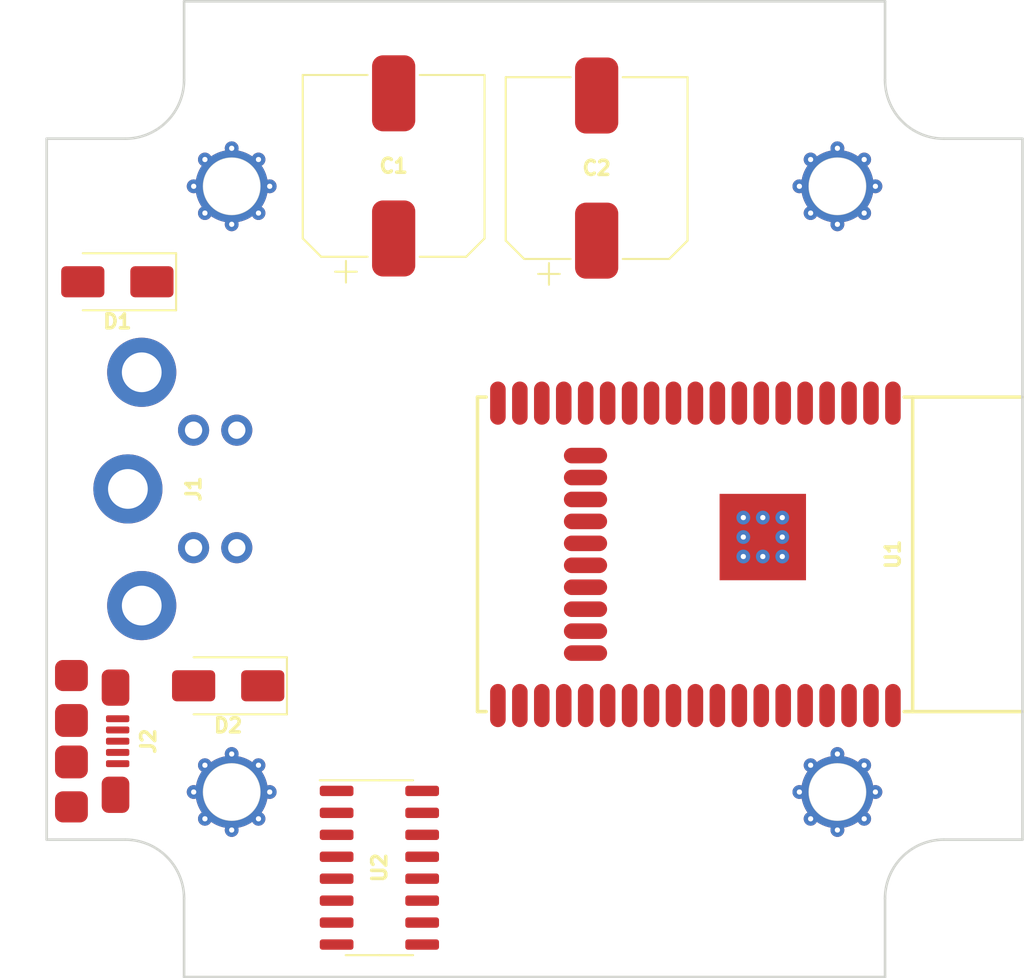
<source format=kicad_pcb>
(kicad_pcb (version 20171130) (host pcbnew "(5.1.5-0-10_14)")

  (general
    (thickness 1.6)
    (drawings 20)
    (tracks 0)
    (zones 0)
    (modules 12)
    (nets 58)
  )

  (page USLetter)
  (layers
    (0 F.Cu signal)
    (1 In1.Cu signal)
    (2 In2.Cu signal)
    (31 B.Cu signal)
    (32 B.Adhes user)
    (33 F.Adhes user)
    (34 B.Paste user)
    (35 F.Paste user)
    (36 B.SilkS user)
    (37 F.SilkS user)
    (38 B.Mask user)
    (39 F.Mask user)
    (40 Dwgs.User user)
    (41 Cmts.User user)
    (42 Eco1.User user)
    (43 Eco2.User user)
    (44 Edge.Cuts user)
    (45 Margin user)
    (46 B.CrtYd user)
    (47 F.CrtYd user)
    (48 B.Fab user)
    (49 F.Fab user)
  )

  (setup
    (last_trace_width 0.15)
    (user_trace_width 0.2)
    (user_trace_width 0.25)
    (user_trace_width 0.3)
    (user_trace_width 0.35)
    (user_trace_width 0.4)
    (user_trace_width 0.45)
    (user_trace_width 0.5)
    (user_trace_width 0.6)
    (user_trace_width 0.8)
    (user_trace_width 1)
    (user_trace_width 1.27)
    (user_trace_width 1.524)
    (trace_clearance 0.15)
    (zone_clearance 0.15)
    (zone_45_only no)
    (trace_min 0.15)
    (via_size 0.5)
    (via_drill 0.2)
    (via_min_size 0.5)
    (via_min_drill 0.2)
    (user_via 0.6 0.3)
    (user_via 0.8 0.4)
    (user_via 1 0.5)
    (user_via 1.524 0.762)
    (uvia_size 0.3)
    (uvia_drill 0.1)
    (uvias_allowed no)
    (uvia_min_size 0.2)
    (uvia_min_drill 0.1)
    (edge_width 0.15)
    (segment_width 0.1524)
    (pcb_text_width 0.3)
    (pcb_text_size 1.5 1.5)
    (mod_edge_width 0.15)
    (mod_text_size 1 1)
    (mod_text_width 0.15)
    (pad_size 0.85 1.4)
    (pad_drill 0)
    (pad_to_mask_clearance 0.05)
    (solder_mask_min_width 0.1)
    (pad_to_paste_clearance -0.0381)
    (aux_axis_origin 0 0)
    (visible_elements FFFFFF7F)
    (pcbplotparams
      (layerselection 0x010f8_ffffffff)
      (usegerberextensions true)
      (usegerberattributes false)
      (usegerberadvancedattributes false)
      (creategerberjobfile false)
      (excludeedgelayer true)
      (linewidth 0.100000)
      (plotframeref false)
      (viasonmask false)
      (mode 1)
      (useauxorigin false)
      (hpglpennumber 1)
      (hpglpenspeed 20)
      (hpglpendiameter 15.000000)
      (psnegative false)
      (psa4output false)
      (plotreference true)
      (plotvalue true)
      (plotinvisibletext false)
      (padsonsilk false)
      (subtractmaskfromsilk true)
      (outputformat 1)
      (mirror false)
      (drillshape 0)
      (scaleselection 1)
      (outputdirectory "gerber/"))
  )

  (net 0 "")
  (net 1 GND)
  (net 2 +5V)
  (net 3 +3V3)
  (net 4 "Net-(C8-Pad1)")
  (net 5 "Net-(C13-Pad1)")
  (net 6 /EN)
  (net 7 "Net-(D1-Pad1)")
  (net 8 "Net-(D1-Pad2)")
  (net 9 "Net-(D2-Pad2)")
  (net 10 "Net-(J1-Pad4)")
  (net 11 /PSW)
  (net 12 /ADB)
  (net 13 /D-)
  (net 14 /D+)
  (net 15 "Net-(J2-Pad4)")
  (net 16 /IO0)
  (net 17 /TMS)
  (net 18 /TDO)
  (net 19 /TDI)
  (net 20 /TCK)
  (net 21 /IO2)
  (net 22 "Net-(U1-Pad4)")
  (net 23 "Net-(U1-Pad5)")
  (net 24 "Net-(U1-Pad6)")
  (net 25 "Net-(U1-Pad7)")
  (net 26 "Net-(U1-Pad8)")
  (net 27 "Net-(U1-Pad9)")
  (net 28 "Net-(U1-Pad10)")
  (net 29 "Net-(U1-Pad11)")
  (net 30 "Net-(U1-Pad12)")
  (net 31 "Net-(U1-Pad17)")
  (net 32 "Net-(U1-Pad18)")
  (net 33 "Net-(U1-Pad19)")
  (net 34 "Net-(U1-Pad20)")
  (net 35 "Net-(U1-Pad21)")
  (net 36 "Net-(U1-Pad22)")
  (net 37 "Net-(U1-Pad26)")
  (net 38 "Net-(U1-Pad27)")
  (net 39 "Net-(U1-Pad28)")
  (net 40 "Net-(U1-Pad29)")
  (net 41 "Net-(U1-Pad30)")
  (net 42 "Net-(U1-Pad31)")
  (net 43 "Net-(U1-Pad32)")
  (net 44 "Net-(U1-Pad33)")
  (net 45 /DBG_RX)
  (net 46 /DBG_TX)
  (net 47 "Net-(U1-Pad36)")
  (net 48 "Net-(U1-Pad37)")
  (net 49 "Net-(C16-Pad1)")
  (net 50 "Net-(C17-Pad1)")
  (net 51 /RTS)
  (net 52 /DTR)
  (net 53 "Net-(R6-Pad2)")
  (net 54 "Net-(U2-Pad9)")
  (net 55 "Net-(U2-Pad10)")
  (net 56 "Net-(U2-Pad11)")
  (net 57 "Net-(U2-Pad12)")

  (net_class Default "This is the default net class."
    (clearance 0.15)
    (trace_width 0.15)
    (via_dia 0.5)
    (via_drill 0.2)
    (uvia_dia 0.3)
    (uvia_drill 0.1)
    (add_net +3V3)
    (add_net +5V)
    (add_net /ADB)
    (add_net /D+)
    (add_net /D-)
    (add_net /DBG_RX)
    (add_net /DBG_TX)
    (add_net /DTR)
    (add_net /EN)
    (add_net /IO0)
    (add_net /IO2)
    (add_net /PSW)
    (add_net /RTS)
    (add_net /TCK)
    (add_net /TDI)
    (add_net /TDO)
    (add_net /TMS)
    (add_net GND)
    (add_net "Net-(C13-Pad1)")
    (add_net "Net-(C16-Pad1)")
    (add_net "Net-(C17-Pad1)")
    (add_net "Net-(C8-Pad1)")
    (add_net "Net-(D1-Pad1)")
    (add_net "Net-(D1-Pad2)")
    (add_net "Net-(D2-Pad2)")
    (add_net "Net-(J1-Pad4)")
    (add_net "Net-(J2-Pad4)")
    (add_net "Net-(R6-Pad2)")
    (add_net "Net-(U1-Pad10)")
    (add_net "Net-(U1-Pad11)")
    (add_net "Net-(U1-Pad12)")
    (add_net "Net-(U1-Pad17)")
    (add_net "Net-(U1-Pad18)")
    (add_net "Net-(U1-Pad19)")
    (add_net "Net-(U1-Pad20)")
    (add_net "Net-(U1-Pad21)")
    (add_net "Net-(U1-Pad22)")
    (add_net "Net-(U1-Pad26)")
    (add_net "Net-(U1-Pad27)")
    (add_net "Net-(U1-Pad28)")
    (add_net "Net-(U1-Pad29)")
    (add_net "Net-(U1-Pad30)")
    (add_net "Net-(U1-Pad31)")
    (add_net "Net-(U1-Pad32)")
    (add_net "Net-(U1-Pad33)")
    (add_net "Net-(U1-Pad36)")
    (add_net "Net-(U1-Pad37)")
    (add_net "Net-(U1-Pad4)")
    (add_net "Net-(U1-Pad5)")
    (add_net "Net-(U1-Pad6)")
    (add_net "Net-(U1-Pad7)")
    (add_net "Net-(U1-Pad8)")
    (add_net "Net-(U1-Pad9)")
    (add_net "Net-(U2-Pad10)")
    (add_net "Net-(U2-Pad11)")
    (add_net "Net-(U2-Pad12)")
    (add_net "Net-(U2-Pad9)")
  )

  (module stdpads:LPSeries-Screw locked (layer F.Cu) (tedit 601CB7E4) (tstamp 601C5C05)
    (at 115.0239 111.3155)
    (solder_paste_margin -0.05)
    (attr virtual)
    (fp_text reference REF** (at 0 0) (layer F.Fab)
      (effects (font (size 0.8128 0.8128) (thickness 0.2032)))
    )
    (fp_text value LPSeries-Screw (at 0 0.8) (layer F.Fab) hide
      (effects (font (size 0.254 0.254) (thickness 0.0635)))
    )
    (fp_arc (start -1.55 -1.55) (end -1.35 -1.75) (angle -180) (layer B.Mask) (width 0.4))
    (fp_arc (start -2.2 0) (end -2.2 0.25) (angle 180) (layer B.Mask) (width 0.45))
    (fp_arc (start -1.55 1.55) (end -1.35 1.75) (angle 180) (layer B.Mask) (width 0.4))
    (fp_arc (start 0 2.2) (end 0.25 2.2) (angle 180) (layer B.Mask) (width 0.45))
    (fp_arc (start 1.55 1.55) (end 1.35 1.75) (angle -180) (layer B.Mask) (width 0.4))
    (fp_arc (start 2.2 0) (end 2.2 0.25) (angle -180) (layer B.Mask) (width 0.45))
    (fp_arc (start 1.55 -1.55) (end 1.35 -1.75) (angle 180) (layer B.Mask) (width 0.4))
    (fp_arc (start 0 -2.2) (end 0.25 -2.2) (angle -180) (layer B.Mask) (width 0.45))
    (fp_arc (start 1.55 -1.55) (end 1.35 -1.75) (angle 180) (layer F.Mask) (width 0.4))
    (fp_arc (start -1.55 1.55) (end -1.35 1.75) (angle 180) (layer F.Mask) (width 0.4))
    (fp_arc (start 1.55 1.55) (end 1.35 1.75) (angle -180) (layer F.Mask) (width 0.4))
    (fp_arc (start -1.55 -1.55) (end -1.35 -1.75) (angle -180) (layer F.Mask) (width 0.4))
    (fp_arc (start -2.2 0) (end -2.2 0.25) (angle 180) (layer F.Mask) (width 0.45))
    (fp_arc (start 2.2 0) (end 2.2 0.25) (angle -180) (layer F.Mask) (width 0.45))
    (fp_arc (start 0 2.2) (end 0.25 2.2) (angle 180) (layer F.Mask) (width 0.45))
    (fp_arc (start 0 -2.2) (end 0.25 -2.2) (angle -180) (layer F.Mask) (width 0.45))
    (fp_circle (center 0 0) (end 3 0) (layer F.CrtYd) (width 0.05))
    (fp_circle (center 0 0) (end 0.1 0) (layer F.Mask) (width 4.2))
    (fp_circle (center 0 0) (end 0.1 0) (layer B.Mask) (width 4.2))
    (pad 1 thru_hole circle (at 0 0) (size 4.2 4.2) (drill 3.3) (layers *.Cu *.Mask)
      (solder_mask_margin -0.45) (zone_connect 2))
    (pad 1 thru_hole circle (at 0 -2.2) (size 0.8 0.8) (drill 0.3) (layers *.Cu *.Paste *.Mask)
      (zone_connect 2))
    (pad 1 thru_hole circle (at 2.2 0) (size 0.8 0.8) (drill 0.3) (layers *.Cu *.Paste *.Mask)
      (zone_connect 2))
    (pad 1 thru_hole circle (at 0 2.2) (size 0.8 0.8) (drill 0.3) (layers *.Cu *.Paste *.Mask)
      (zone_connect 2))
    (pad 1 thru_hole circle (at -2.2 0) (size 0.8 0.8) (drill 0.3) (layers *.Cu *.Paste *.Mask)
      (zone_connect 2))
    (pad 1 thru_hole circle (at -1.55 -1.55) (size 0.8 0.8) (drill 0.3) (layers *.Cu *.Paste *.Mask)
      (zone_connect 2))
    (pad 1 thru_hole circle (at 1.55 -1.55) (size 0.8 0.8) (drill 0.3) (layers *.Cu *.Paste *.Mask)
      (zone_connect 2))
    (pad 1 thru_hole circle (at 1.55 1.55) (size 0.8 0.8) (drill 0.3) (layers *.Cu *.Paste *.Mask)
      (zone_connect 2))
    (pad 1 thru_hole circle (at -1.55 1.55) (size 0.8 0.8) (drill 0.3) (layers *.Cu *.Paste *.Mask)
      (zone_connect 2))
  )

  (module stdpads:LPSeries-Screw locked (layer F.Cu) (tedit 601CB7E4) (tstamp 601C5B6B)
    (at 150.0759 111.3155)
    (solder_paste_margin -0.05)
    (attr virtual)
    (fp_text reference REF** (at 0 0) (layer F.Fab)
      (effects (font (size 0.8128 0.8128) (thickness 0.2032)))
    )
    (fp_text value LPSeries-Screw (at 0 0.8) (layer F.Fab) hide
      (effects (font (size 0.254 0.254) (thickness 0.0635)))
    )
    (fp_arc (start -1.55 -1.55) (end -1.35 -1.75) (angle -180) (layer B.Mask) (width 0.4))
    (fp_arc (start -2.2 0) (end -2.2 0.25) (angle 180) (layer B.Mask) (width 0.45))
    (fp_arc (start -1.55 1.55) (end -1.35 1.75) (angle 180) (layer B.Mask) (width 0.4))
    (fp_arc (start 0 2.2) (end 0.25 2.2) (angle 180) (layer B.Mask) (width 0.45))
    (fp_arc (start 1.55 1.55) (end 1.35 1.75) (angle -180) (layer B.Mask) (width 0.4))
    (fp_arc (start 2.2 0) (end 2.2 0.25) (angle -180) (layer B.Mask) (width 0.45))
    (fp_arc (start 1.55 -1.55) (end 1.35 -1.75) (angle 180) (layer B.Mask) (width 0.4))
    (fp_arc (start 0 -2.2) (end 0.25 -2.2) (angle -180) (layer B.Mask) (width 0.45))
    (fp_arc (start 1.55 -1.55) (end 1.35 -1.75) (angle 180) (layer F.Mask) (width 0.4))
    (fp_arc (start -1.55 1.55) (end -1.35 1.75) (angle 180) (layer F.Mask) (width 0.4))
    (fp_arc (start 1.55 1.55) (end 1.35 1.75) (angle -180) (layer F.Mask) (width 0.4))
    (fp_arc (start -1.55 -1.55) (end -1.35 -1.75) (angle -180) (layer F.Mask) (width 0.4))
    (fp_arc (start -2.2 0) (end -2.2 0.25) (angle 180) (layer F.Mask) (width 0.45))
    (fp_arc (start 2.2 0) (end 2.2 0.25) (angle -180) (layer F.Mask) (width 0.45))
    (fp_arc (start 0 2.2) (end 0.25 2.2) (angle 180) (layer F.Mask) (width 0.45))
    (fp_arc (start 0 -2.2) (end 0.25 -2.2) (angle -180) (layer F.Mask) (width 0.45))
    (fp_circle (center 0 0) (end 3 0) (layer F.CrtYd) (width 0.05))
    (fp_circle (center 0 0) (end 0.1 0) (layer F.Mask) (width 4.2))
    (fp_circle (center 0 0) (end 0.1 0) (layer B.Mask) (width 4.2))
    (pad 1 thru_hole circle (at 0 0) (size 4.2 4.2) (drill 3.3) (layers *.Cu *.Mask)
      (solder_mask_margin -0.45) (zone_connect 2))
    (pad 1 thru_hole circle (at 0 -2.2) (size 0.8 0.8) (drill 0.3) (layers *.Cu *.Paste *.Mask)
      (zone_connect 2))
    (pad 1 thru_hole circle (at 2.2 0) (size 0.8 0.8) (drill 0.3) (layers *.Cu *.Paste *.Mask)
      (zone_connect 2))
    (pad 1 thru_hole circle (at 0 2.2) (size 0.8 0.8) (drill 0.3) (layers *.Cu *.Paste *.Mask)
      (zone_connect 2))
    (pad 1 thru_hole circle (at -2.2 0) (size 0.8 0.8) (drill 0.3) (layers *.Cu *.Paste *.Mask)
      (zone_connect 2))
    (pad 1 thru_hole circle (at -1.55 -1.55) (size 0.8 0.8) (drill 0.3) (layers *.Cu *.Paste *.Mask)
      (zone_connect 2))
    (pad 1 thru_hole circle (at 1.55 -1.55) (size 0.8 0.8) (drill 0.3) (layers *.Cu *.Paste *.Mask)
      (zone_connect 2))
    (pad 1 thru_hole circle (at 1.55 1.55) (size 0.8 0.8) (drill 0.3) (layers *.Cu *.Paste *.Mask)
      (zone_connect 2))
    (pad 1 thru_hole circle (at -1.55 1.55) (size 0.8 0.8) (drill 0.3) (layers *.Cu *.Paste *.Mask)
      (zone_connect 2))
  )

  (module stdpads:LPSeries-Screw locked (layer F.Cu) (tedit 601CB7E4) (tstamp 601C59E7)
    (at 115.0239 76.2635)
    (solder_paste_margin -0.05)
    (attr virtual)
    (fp_text reference REF** (at 0 0) (layer F.Fab)
      (effects (font (size 0.8128 0.8128) (thickness 0.2032)))
    )
    (fp_text value LPSeries-Screw (at 0 0.8) (layer F.Fab) hide
      (effects (font (size 0.254 0.254) (thickness 0.0635)))
    )
    (fp_arc (start -1.55 -1.55) (end -1.35 -1.75) (angle -180) (layer B.Mask) (width 0.4))
    (fp_arc (start -2.2 0) (end -2.2 0.25) (angle 180) (layer B.Mask) (width 0.45))
    (fp_arc (start -1.55 1.55) (end -1.35 1.75) (angle 180) (layer B.Mask) (width 0.4))
    (fp_arc (start 0 2.2) (end 0.25 2.2) (angle 180) (layer B.Mask) (width 0.45))
    (fp_arc (start 1.55 1.55) (end 1.35 1.75) (angle -180) (layer B.Mask) (width 0.4))
    (fp_arc (start 2.2 0) (end 2.2 0.25) (angle -180) (layer B.Mask) (width 0.45))
    (fp_arc (start 1.55 -1.55) (end 1.35 -1.75) (angle 180) (layer B.Mask) (width 0.4))
    (fp_arc (start 0 -2.2) (end 0.25 -2.2) (angle -180) (layer B.Mask) (width 0.45))
    (fp_arc (start 1.55 -1.55) (end 1.35 -1.75) (angle 180) (layer F.Mask) (width 0.4))
    (fp_arc (start -1.55 1.55) (end -1.35 1.75) (angle 180) (layer F.Mask) (width 0.4))
    (fp_arc (start 1.55 1.55) (end 1.35 1.75) (angle -180) (layer F.Mask) (width 0.4))
    (fp_arc (start -1.55 -1.55) (end -1.35 -1.75) (angle -180) (layer F.Mask) (width 0.4))
    (fp_arc (start -2.2 0) (end -2.2 0.25) (angle 180) (layer F.Mask) (width 0.45))
    (fp_arc (start 2.2 0) (end 2.2 0.25) (angle -180) (layer F.Mask) (width 0.45))
    (fp_arc (start 0 2.2) (end 0.25 2.2) (angle 180) (layer F.Mask) (width 0.45))
    (fp_arc (start 0 -2.2) (end 0.25 -2.2) (angle -180) (layer F.Mask) (width 0.45))
    (fp_circle (center 0 0) (end 3 0) (layer F.CrtYd) (width 0.05))
    (fp_circle (center 0 0) (end 0.1 0) (layer F.Mask) (width 4.2))
    (fp_circle (center 0 0) (end 0.1 0) (layer B.Mask) (width 4.2))
    (pad 1 thru_hole circle (at 0 0) (size 4.2 4.2) (drill 3.3) (layers *.Cu *.Mask)
      (solder_mask_margin -0.45) (zone_connect 2))
    (pad 1 thru_hole circle (at 0 -2.2) (size 0.8 0.8) (drill 0.3) (layers *.Cu *.Paste *.Mask)
      (zone_connect 2))
    (pad 1 thru_hole circle (at 2.2 0) (size 0.8 0.8) (drill 0.3) (layers *.Cu *.Paste *.Mask)
      (zone_connect 2))
    (pad 1 thru_hole circle (at 0 2.2) (size 0.8 0.8) (drill 0.3) (layers *.Cu *.Paste *.Mask)
      (zone_connect 2))
    (pad 1 thru_hole circle (at -2.2 0) (size 0.8 0.8) (drill 0.3) (layers *.Cu *.Paste *.Mask)
      (zone_connect 2))
    (pad 1 thru_hole circle (at -1.55 -1.55) (size 0.8 0.8) (drill 0.3) (layers *.Cu *.Paste *.Mask)
      (zone_connect 2))
    (pad 1 thru_hole circle (at 1.55 -1.55) (size 0.8 0.8) (drill 0.3) (layers *.Cu *.Paste *.Mask)
      (zone_connect 2))
    (pad 1 thru_hole circle (at 1.55 1.55) (size 0.8 0.8) (drill 0.3) (layers *.Cu *.Paste *.Mask)
      (zone_connect 2))
    (pad 1 thru_hole circle (at -1.55 1.55) (size 0.8 0.8) (drill 0.3) (layers *.Cu *.Paste *.Mask)
      (zone_connect 2))
  )

  (module stdpads:LPSeries-Screw locked (layer F.Cu) (tedit 601CB7E4) (tstamp 601C59B5)
    (at 150.0759 76.2635)
    (solder_paste_margin -0.05)
    (attr virtual)
    (fp_text reference REF** (at 0 0) (layer F.Fab)
      (effects (font (size 0.8128 0.8128) (thickness 0.2032)))
    )
    (fp_text value LPSeries-Screw (at 0 0.8) (layer F.Fab) hide
      (effects (font (size 0.254 0.254) (thickness 0.0635)))
    )
    (fp_arc (start -1.55 -1.55) (end -1.35 -1.75) (angle -180) (layer B.Mask) (width 0.4))
    (fp_arc (start -2.2 0) (end -2.2 0.25) (angle 180) (layer B.Mask) (width 0.45))
    (fp_arc (start -1.55 1.55) (end -1.35 1.75) (angle 180) (layer B.Mask) (width 0.4))
    (fp_arc (start 0 2.2) (end 0.25 2.2) (angle 180) (layer B.Mask) (width 0.45))
    (fp_arc (start 1.55 1.55) (end 1.35 1.75) (angle -180) (layer B.Mask) (width 0.4))
    (fp_arc (start 2.2 0) (end 2.2 0.25) (angle -180) (layer B.Mask) (width 0.45))
    (fp_arc (start 1.55 -1.55) (end 1.35 -1.75) (angle 180) (layer B.Mask) (width 0.4))
    (fp_arc (start 0 -2.2) (end 0.25 -2.2) (angle -180) (layer B.Mask) (width 0.45))
    (fp_arc (start 1.55 -1.55) (end 1.35 -1.75) (angle 180) (layer F.Mask) (width 0.4))
    (fp_arc (start -1.55 1.55) (end -1.35 1.75) (angle 180) (layer F.Mask) (width 0.4))
    (fp_arc (start 1.55 1.55) (end 1.35 1.75) (angle -180) (layer F.Mask) (width 0.4))
    (fp_arc (start -1.55 -1.55) (end -1.35 -1.75) (angle -180) (layer F.Mask) (width 0.4))
    (fp_arc (start -2.2 0) (end -2.2 0.25) (angle 180) (layer F.Mask) (width 0.45))
    (fp_arc (start 2.2 0) (end 2.2 0.25) (angle -180) (layer F.Mask) (width 0.45))
    (fp_arc (start 0 2.2) (end 0.25 2.2) (angle 180) (layer F.Mask) (width 0.45))
    (fp_arc (start 0 -2.2) (end 0.25 -2.2) (angle -180) (layer F.Mask) (width 0.45))
    (fp_circle (center 0 0) (end 3 0) (layer F.CrtYd) (width 0.05))
    (fp_circle (center 0 0) (end 0.1 0) (layer F.Mask) (width 4.2))
    (fp_circle (center 0 0) (end 0.1 0) (layer B.Mask) (width 4.2))
    (pad 1 thru_hole circle (at 0 0) (size 4.2 4.2) (drill 3.3) (layers *.Cu *.Mask)
      (solder_mask_margin -0.45) (zone_connect 2))
    (pad 1 thru_hole circle (at 0 -2.2) (size 0.8 0.8) (drill 0.3) (layers *.Cu *.Paste *.Mask)
      (zone_connect 2))
    (pad 1 thru_hole circle (at 2.2 0) (size 0.8 0.8) (drill 0.3) (layers *.Cu *.Paste *.Mask)
      (zone_connect 2))
    (pad 1 thru_hole circle (at 0 2.2) (size 0.8 0.8) (drill 0.3) (layers *.Cu *.Paste *.Mask)
      (zone_connect 2))
    (pad 1 thru_hole circle (at -2.2 0) (size 0.8 0.8) (drill 0.3) (layers *.Cu *.Paste *.Mask)
      (zone_connect 2))
    (pad 1 thru_hole circle (at -1.55 -1.55) (size 0.8 0.8) (drill 0.3) (layers *.Cu *.Paste *.Mask)
      (zone_connect 2))
    (pad 1 thru_hole circle (at 1.55 -1.55) (size 0.8 0.8) (drill 0.3) (layers *.Cu *.Paste *.Mask)
      (zone_connect 2))
    (pad 1 thru_hole circle (at 1.55 1.55) (size 0.8 0.8) (drill 0.3) (layers *.Cu *.Paste *.Mask)
      (zone_connect 2))
    (pad 1 thru_hole circle (at -1.55 1.55) (size 0.8 0.8) (drill 0.3) (layers *.Cu *.Paste *.Mask)
      (zone_connect 2))
  )

  (module stdpads:CP_Elec_10mm (layer F.Cu) (tedit 5EE2A158) (tstamp 601C456D)
    (at 136.144 75.2094 90)
    (tags "Capacitor Electrolytic")
    (path /63C0F851)
    (solder_mask_margin 0.05)
    (solder_paste_margin -0.025)
    (attr smd)
    (fp_text reference C2 (at 0 0) (layer F.Fab)
      (effects (font (size 0.8128 0.8128) (thickness 0.2032)))
    )
    (fp_text value 470u (at 0 4.2 90) (layer F.Fab)
      (effects (font (size 0.254 0.254) (thickness 0.0635)))
    )
    (fp_circle (center 0 0) (end 5 0) (layer F.Fab) (width 0.1))
    (fp_line (start 5.15 -5.15) (end 5.15 5.15) (layer F.Fab) (width 0.1))
    (fp_line (start -4.15 -5.15) (end 5.15 -5.15) (layer F.Fab) (width 0.1))
    (fp_line (start -4.15 5.15) (end 5.15 5.15) (layer F.Fab) (width 0.1))
    (fp_line (start -5.15 -4.15) (end -5.15 4.15) (layer F.Fab) (width 0.1))
    (fp_line (start -5.15 -4.15) (end -4.15 -5.15) (layer F.Fab) (width 0.1))
    (fp_line (start -5.15 4.15) (end -4.15 5.15) (layer F.Fab) (width 0.1))
    (fp_line (start -4.558325 -1.7) (end -3.558325 -1.7) (layer F.Fab) (width 0.1))
    (fp_line (start -4.058325 -2.2) (end -4.058325 -1.2) (layer F.Fab) (width 0.1))
    (fp_line (start 5.26 5.26) (end 5.26 1.51) (layer F.SilkS) (width 0.12))
    (fp_line (start 5.26 -5.26) (end 5.26 -1.51) (layer F.SilkS) (width 0.12))
    (fp_line (start -4.195563 -5.26) (end 5.26 -5.26) (layer F.SilkS) (width 0.12))
    (fp_line (start -4.195563 5.26) (end 5.26 5.26) (layer F.SilkS) (width 0.12))
    (fp_line (start -5.26 4.195563) (end -5.26 1.51) (layer F.SilkS) (width 0.12))
    (fp_line (start -5.26 -4.195563) (end -5.26 -1.51) (layer F.SilkS) (width 0.12))
    (fp_line (start -5.26 -4.195563) (end -4.195563 -5.26) (layer F.SilkS) (width 0.12))
    (fp_line (start -5.26 4.195563) (end -4.195563 5.26) (layer F.SilkS) (width 0.12))
    (fp_line (start -6.75 -2.76) (end -5.5 -2.76) (layer F.SilkS) (width 0.12))
    (fp_line (start -6.125 -3.385) (end -6.125 -2.135) (layer F.SilkS) (width 0.12))
    (fp_line (start 5.4 -5.4) (end 5.4 -1.5) (layer F.CrtYd) (width 0.05))
    (fp_line (start 5.4 -1.5) (end 6.65 -1.5) (layer F.CrtYd) (width 0.05))
    (fp_line (start 6.65 -1.5) (end 6.65 1.5) (layer F.CrtYd) (width 0.05))
    (fp_line (start 6.65 1.5) (end 5.4 1.5) (layer F.CrtYd) (width 0.05))
    (fp_line (start 5.4 1.5) (end 5.4 5.4) (layer F.CrtYd) (width 0.05))
    (fp_line (start -4.25 5.4) (end 5.4 5.4) (layer F.CrtYd) (width 0.05))
    (fp_line (start -4.25 -5.4) (end 5.4 -5.4) (layer F.CrtYd) (width 0.05))
    (fp_line (start -5.4 4.25) (end -4.25 5.4) (layer F.CrtYd) (width 0.05))
    (fp_line (start -5.4 -4.25) (end -4.25 -5.4) (layer F.CrtYd) (width 0.05))
    (fp_line (start -5.4 -4.25) (end -5.4 -1.5) (layer F.CrtYd) (width 0.05))
    (fp_line (start -5.4 1.5) (end -5.4 4.25) (layer F.CrtYd) (width 0.05))
    (fp_line (start -5.4 -1.5) (end -6.65 -1.5) (layer F.CrtYd) (width 0.05))
    (fp_line (start -6.65 -1.5) (end -6.65 1.5) (layer F.CrtYd) (width 0.05))
    (fp_line (start -6.65 1.5) (end -5.4 1.5) (layer F.CrtYd) (width 0.05))
    (fp_text user %R (at 0 0 180) (layer F.SilkS)
      (effects (font (size 0.8128 0.8128) (thickness 0.2032)))
    )
    (pad 1 smd roundrect (at -4.2 0 90) (size 4.4 2.5) (layers F.Cu F.Paste F.Mask) (roundrect_rratio 0.25)
      (net 3 +3V3))
    (pad 2 smd roundrect (at 4.2 0 90) (size 4.4 2.5) (layers F.Cu F.Paste F.Mask) (roundrect_rratio 0.25)
      (net 1 GND))
    (model ${KISYS3DMOD}/Capacitor_SMD.3dshapes/CP_Elec_10x10.wrl
      (at (xyz 0 0 0))
      (scale (xyz 1 1 1))
      (rotate (xyz 0 0 0))
    )
  )

  (module stdpads:ESP32-WROVER_WROOM-32 (layer F.Cu) (tedit 5EE2A0DC) (tstamp 601C9A5B)
    (at 153.289 97.5614 270)
    (path /5F4A0F14)
    (solder_mask_margin 0.05)
    (solder_paste_margin -0.025)
    (attr smd)
    (fp_text reference U1 (at 0 0 90) (layer F.Fab)
      (effects (font (size 0.8128 0.8128) (thickness 0.2032)))
    )
    (fp_text value ESP-WROOM-32 (at 0 1.5 90) (layer F.Fab) hide
      (effects (font (size 0.8128 0.8128) (thickness 0.2032)))
    )
    (fp_text user %R (at 0 0 90) (layer F.SilkS)
      (effects (font (size 0.8128 0.8128) (thickness 0.2032)))
    )
    (fp_line (start 9 -7.49) (end -9 -7.49) (layer F.Fab) (width 0.05))
    (fp_line (start 9 23.96) (end 9 -7.49) (layer F.Fab) (width 0.05))
    (fp_line (start -9 23.96) (end 9 23.96) (layer F.Fab) (width 0.05))
    (fp_line (start -9 -7.49) (end -9 23.96) (layer F.Fab) (width 0.05))
    (fp_line (start -9.1 -1.14) (end 9.1 -1.14) (layer F.SilkS) (width 0.2032))
    (fp_line (start -9.1 24.04) (end -9.1 23.54) (layer F.SilkS) (width 0.2032))
    (fp_line (start -9.1 -0.65) (end -9.1 -7.49) (layer F.SilkS) (width 0.2032))
    (fp_line (start 9.1 -0.65) (end 9.1 -7.49) (layer F.SilkS) (width 0.2032))
    (fp_line (start -9 -1.14) (end 9 -1.14) (layer F.Fab) (width 0.05))
    (fp_line (start 9.1 24.04) (end 9.1 23.54) (layer F.SilkS) (width 0.2032))
    (fp_line (start 9.1 24.04) (end -9.1 24.04) (layer F.SilkS) (width 0.2032))
    (pad 39 smd rect (at -1 7.53 270) (size 1.5 1.5) (layers F.Cu F.Paste F.Mask)
      (net 1 GND) (zone_connect 2))
    (pad 39 smd rect (at 1.159 7.53 270) (size 0.5 3) (layers F.Cu F.Paste F.Mask)
      (net 1 GND) (zone_connect 2))
    (pad 39 smd rect (at -1 9.562 270) (size 3 0.5) (layers F.Cu F.Paste F.Mask)
      (net 1 GND) (zone_connect 2))
    (pad 39 smd rect (at -3.032 7.53 270) (size 0.5 3) (layers F.Cu F.Paste F.Mask)
      (net 1 GND) (zone_connect 2))
    (pad 39 smd rect (at -1 5.498 270) (size 3 0.5) (layers F.Cu F.Paste F.Mask)
      (net 1 GND) (zone_connect 2))
    (pad 39 thru_hole circle (at -1 6.403 270) (size 0.8 0.8) (drill 0.3) (layers *.Cu F.Mask)
      (net 1 GND) (zone_connect 2))
    (pad 39 thru_hole circle (at -1 8.657 270) (size 0.8 0.8) (drill 0.3) (layers *.Cu F.Mask)
      (net 1 GND) (zone_connect 2))
    (pad 39 thru_hole circle (at 0.127 8.657 270) (size 0.8 0.8) (drill 0.3) (layers *.Cu F.Mask)
      (net 1 GND) (zone_connect 2))
    (pad 39 thru_hole circle (at 0.127 7.53 270) (size 0.8 0.8) (drill 0.3) (layers *.Cu F.Mask)
      (net 1 GND) (zone_connect 2))
    (pad 39 thru_hole circle (at 0.127 6.403 270) (size 0.8 0.8) (drill 0.3) (layers *.Cu F.Mask)
      (net 1 GND) (zone_connect 2))
    (pad 39 thru_hole circle (at -2.127 6.403 270) (size 0.8 0.8) (drill 0.3) (layers *.Cu F.Mask)
      (net 1 GND) (zone_connect 2))
    (pad 39 thru_hole circle (at -2.127 7.53 270) (size 0.8 0.8) (drill 0.3) (layers *.Cu F.Mask)
      (net 1 GND) (zone_connect 2))
    (pad 39 thru_hole circle (at -2.127 8.657 270) (size 0.8 0.8) (drill 0.3) (layers *.Cu F.Mask)
      (net 1 GND) (zone_connect 2))
    (pad 39 smd rect (at -1 7.53 270) (size 5 5) (layers F.Cu F.Mask)
      (net 1 GND) (zone_connect 2))
    (pad 1 smd oval (at -8.75 0 270) (size 2.5 0.9) (layers F.Cu F.Paste F.Mask)
      (net 1 GND))
    (pad 2 smd oval (at -8.75 1.27 270) (size 2.5 0.9) (layers F.Cu F.Paste F.Mask)
      (net 3 +3V3))
    (pad 3 smd oval (at -8.75 2.54 270) (size 2.5 0.9) (layers F.Cu F.Paste F.Mask)
      (net 6 /EN))
    (pad 4 smd oval (at -8.75 3.81 270) (size 2.5 0.9) (layers F.Cu F.Paste F.Mask)
      (net 22 "Net-(U1-Pad4)"))
    (pad 5 smd oval (at -8.75 5.08 270) (size 2.5 0.9) (layers F.Cu F.Paste F.Mask)
      (net 23 "Net-(U1-Pad5)"))
    (pad 6 smd oval (at -8.75 6.35 270) (size 2.5 0.9) (layers F.Cu F.Paste F.Mask)
      (net 24 "Net-(U1-Pad6)"))
    (pad 7 smd oval (at -8.75 7.62 270) (size 2.5 0.9) (layers F.Cu F.Paste F.Mask)
      (net 25 "Net-(U1-Pad7)"))
    (pad 8 smd oval (at -8.75 8.89 270) (size 2.5 0.9) (layers F.Cu F.Paste F.Mask)
      (net 26 "Net-(U1-Pad8)"))
    (pad 9 smd oval (at -8.75 10.16 270) (size 2.5 0.9) (layers F.Cu F.Paste F.Mask)
      (net 27 "Net-(U1-Pad9)"))
    (pad 10 smd oval (at -8.75 11.43 270) (size 2.5 0.9) (layers F.Cu F.Paste F.Mask)
      (net 28 "Net-(U1-Pad10)"))
    (pad 11 smd oval (at -8.75 12.7 270) (size 2.5 0.9) (layers F.Cu F.Paste F.Mask)
      (net 29 "Net-(U1-Pad11)"))
    (pad 12 smd oval (at -8.75 13.97 270) (size 2.5 0.9) (layers F.Cu F.Paste F.Mask)
      (net 30 "Net-(U1-Pad12)"))
    (pad 13 smd oval (at -8.75 15.24 270) (size 2.5 0.9) (layers F.Cu F.Paste F.Mask)
      (net 17 /TMS))
    (pad 14 smd oval (at -8.75 16.51 270) (size 2.5 0.9) (layers F.Cu F.Paste F.Mask)
      (net 19 /TDI))
    (pad 15 smd oval (at -8.75 17.78 270) (size 2.5 0.9) (layers F.Cu F.Paste F.Mask)
      (net 1 GND))
    (pad 16 smd oval (at -8.75 19.05 270) (size 2.5 0.9) (layers F.Cu F.Paste F.Mask)
      (net 20 /TCK))
    (pad 17 smd oval (at -8.75 20.32 270) (size 2.5 0.9) (layers F.Cu F.Paste F.Mask)
      (net 31 "Net-(U1-Pad17)"))
    (pad 18 smd oval (at -8.75 21.59 270) (size 2.5 0.9) (layers F.Cu F.Paste F.Mask)
      (net 32 "Net-(U1-Pad18)"))
    (pad 19 smd oval (at -8.75 22.86 270) (size 2.5 0.9) (layers F.Cu F.Paste F.Mask)
      (net 33 "Net-(U1-Pad19)"))
    (pad 20 smd oval (at 8.75 22.86 270) (size 2.5 0.9) (layers F.Cu F.Paste F.Mask)
      (net 34 "Net-(U1-Pad20)"))
    (pad 21 smd oval (at 8.75 21.59 270) (size 2.5 0.9) (layers F.Cu F.Paste F.Mask)
      (net 35 "Net-(U1-Pad21)"))
    (pad 22 smd oval (at 8.75 20.32 270) (size 2.5 0.9) (layers F.Cu F.Paste F.Mask)
      (net 36 "Net-(U1-Pad22)"))
    (pad 23 smd oval (at 8.75 19.05 270) (size 2.5 0.9) (layers F.Cu F.Paste F.Mask)
      (net 18 /TDO))
    (pad 24 smd oval (at 8.75 17.78 270) (size 2.5 0.9) (layers F.Cu F.Paste F.Mask)
      (net 21 /IO2))
    (pad 25 smd oval (at 8.75 16.51 270) (size 2.5 0.9) (layers F.Cu F.Paste F.Mask)
      (net 16 /IO0))
    (pad 26 smd oval (at 8.75 15.24 270) (size 2.5 0.9) (layers F.Cu F.Paste F.Mask)
      (net 37 "Net-(U1-Pad26)"))
    (pad 27 smd oval (at 8.75 13.97 270) (size 2.5 0.9) (layers F.Cu F.Paste F.Mask)
      (net 38 "Net-(U1-Pad27)"))
    (pad 28 smd oval (at 8.75 12.7 270) (size 2.5 0.9) (layers F.Cu F.Paste F.Mask)
      (net 39 "Net-(U1-Pad28)"))
    (pad 29 smd oval (at 8.75 11.43 270) (size 2.5 0.9) (layers F.Cu F.Paste F.Mask)
      (net 40 "Net-(U1-Pad29)"))
    (pad 30 smd oval (at 8.75 10.16 270) (size 2.5 0.9) (layers F.Cu F.Paste F.Mask)
      (net 41 "Net-(U1-Pad30)"))
    (pad 31 smd oval (at 8.75 8.89 270) (size 2.5 0.9) (layers F.Cu F.Paste F.Mask)
      (net 42 "Net-(U1-Pad31)"))
    (pad 32 smd oval (at 8.75 7.62 270) (size 2.5 0.9) (layers F.Cu F.Paste F.Mask)
      (net 43 "Net-(U1-Pad32)"))
    (pad 33 smd oval (at 8.75 6.35 270) (size 2.5 0.9) (layers F.Cu F.Paste F.Mask)
      (net 44 "Net-(U1-Pad33)"))
    (pad 34 smd oval (at 8.75 5.08 270) (size 2.5 0.9) (layers F.Cu F.Paste F.Mask)
      (net 45 /DBG_RX))
    (pad 35 smd oval (at 8.75 3.81 270) (size 2.5 0.9) (layers F.Cu F.Paste F.Mask)
      (net 46 /DBG_TX))
    (pad 36 smd oval (at 8.75 2.54 270) (size 2.5 0.9) (layers F.Cu F.Paste F.Mask)
      (net 47 "Net-(U1-Pad36)"))
    (pad 37 smd oval (at 8.75 1.27 270) (size 2.5 0.9) (layers F.Cu F.Paste F.Mask)
      (net 48 "Net-(U1-Pad37)"))
    (pad 38 smd oval (at 8.75 0 270) (size 2.5 0.9) (layers F.Cu F.Paste F.Mask)
      (net 1 GND))
    (pad 19 smd oval (at -0.635 17.79) (size 2.5 0.9) (layers F.Cu F.Mask)
      (net 33 "Net-(U1-Pad19)"))
    (pad 18 smd oval (at -1.905 17.79) (size 2.5 0.9) (layers F.Cu F.Mask)
      (net 32 "Net-(U1-Pad18)"))
    (pad 17 smd oval (at -3.175 17.79) (size 2.5 0.9) (layers F.Cu F.Mask)
      (net 31 "Net-(U1-Pad17)"))
    (pad 16 smd oval (at -4.445 17.79) (size 2.5 0.9) (layers F.Cu F.Mask)
      (net 20 /TCK))
    (pad 15 smd oval (at -5.715 17.79) (size 2.5 0.9) (layers F.Cu F.Mask)
      (net 1 GND))
    (pad 20 smd oval (at 0.635 17.79) (size 2.5 0.9) (layers F.Cu F.Mask)
      (net 34 "Net-(U1-Pad20)"))
    (pad 21 smd oval (at 1.905 17.79) (size 2.5 0.9) (layers F.Cu F.Mask)
      (net 35 "Net-(U1-Pad21)"))
    (pad 22 smd oval (at 3.175 17.79) (size 2.5 0.9) (layers F.Cu F.Mask)
      (net 36 "Net-(U1-Pad22)"))
    (pad 23 smd oval (at 4.445 17.79) (size 2.5 0.9) (layers F.Cu F.Mask)
      (net 18 /TDO))
    (pad 24 smd oval (at 5.715 17.79) (size 2.5 0.9) (layers F.Cu F.Mask)
      (net 21 /IO2))
    (model ${KISYS3DMOD}/RF_Module.3dshapes/ESP32-WROOM-32.wrl
      (offset (xyz 0 -8.210000000000001 0))
      (scale (xyz 1 1 1))
      (rotate (xyz 0 0 0))
    )
    (model ${KISYS3DMOD}/RF_Module.3dshapes/ESP32-WROOM-32.wrl
      (offset (xyz 0 -14.56 0))
      (scale (xyz 1 1 1))
      (rotate (xyz 0 0 0))
    )
  )

  (module stdpads:D_SMA (layer F.Cu) (tedit 5F6B7D32) (tstamp 601C4A9F)
    (at 108.4072 81.788 180)
    (descr "Diode SMA (DO-214AC)")
    (tags "Diode SMA (DO-214AC)")
    (path /601C7C08)
    (solder_mask_margin 0.05)
    (solder_paste_margin -0.025)
    (attr smd)
    (fp_text reference D1 (at 0 -1.1 180) (layer F.Fab)
      (effects (font (size 0.381 0.381) (thickness 0.09525)))
    )
    (fp_text value Schottky (at 0 1.1) (layer F.Fab)
      (effects (font (size 0.381 0.381) (thickness 0.09525)))
    )
    (fp_text user %R (at 0 -2.3) (layer F.SilkS)
      (effects (font (size 0.8128 0.8128) (thickness 0.2032)))
    )
    (fp_line (start -3.4 -1.65) (end -3.4 1.65) (layer F.SilkS) (width 0.12))
    (fp_line (start 2.3 1.5) (end -2.3 1.5) (layer F.Fab) (width 0.1))
    (fp_line (start -2.3 1.5) (end -2.3 -1.5) (layer F.Fab) (width 0.1))
    (fp_line (start 2.3 -1.5) (end 2.3 1.5) (layer F.Fab) (width 0.1))
    (fp_line (start 2.3 -1.5) (end -2.3 -1.5) (layer F.Fab) (width 0.1))
    (fp_line (start -3.5 -1.75) (end 3.5 -1.75) (layer F.CrtYd) (width 0.05))
    (fp_line (start 3.5 -1.75) (end 3.5 1.75) (layer F.CrtYd) (width 0.05))
    (fp_line (start 3.5 1.75) (end -3.5 1.75) (layer F.CrtYd) (width 0.05))
    (fp_line (start -3.5 1.75) (end -3.5 -1.75) (layer F.CrtYd) (width 0.05))
    (fp_line (start -0.64944 0.00102) (end -1.55114 0.00102) (layer F.Fab) (width 0.1))
    (fp_line (start 0.50118 0.00102) (end 1.4994 0.00102) (layer F.Fab) (width 0.1))
    (fp_line (start -0.64944 -0.79908) (end -0.64944 0.80112) (layer F.Fab) (width 0.1))
    (fp_line (start 0.50118 0.75032) (end 0.50118 -0.79908) (layer F.Fab) (width 0.1))
    (fp_line (start -0.64944 0.00102) (end 0.50118 0.75032) (layer F.Fab) (width 0.1))
    (fp_line (start -0.64944 0.00102) (end 0.50118 -0.79908) (layer F.Fab) (width 0.1))
    (fp_line (start -3.4 1.65) (end 2 1.65) (layer F.SilkS) (width 0.12))
    (fp_line (start -3.4 -1.65) (end 2 -1.65) (layer F.SilkS) (width 0.12))
    (pad 1 smd roundrect (at -2 0 180) (size 2.5 1.8) (layers F.Cu F.Paste F.Mask) (roundrect_rratio 0.15)
      (net 7 "Net-(D1-Pad1)"))
    (pad 2 smd roundrect (at 2 0 180) (size 2.5 1.8) (layers F.Cu F.Paste F.Mask) (roundrect_rratio 0.15)
      (net 8 "Net-(D1-Pad2)"))
    (model ${KISYS3DMOD}/Diode_SMD.3dshapes/D_SMA.wrl
      (at (xyz 0 0 0))
      (scale (xyz 1 1 1))
      (rotate (xyz 0 0 0))
    )
  )

  (module stdpads:D_SMA (layer F.Cu) (tedit 5F6B7D32) (tstamp 601C4A86)
    (at 114.8207 105.1687 180)
    (descr "Diode SMA (DO-214AC)")
    (tags "Diode SMA (DO-214AC)")
    (path /606BA55F)
    (solder_mask_margin 0.05)
    (solder_paste_margin -0.025)
    (attr smd)
    (fp_text reference D2 (at 0 -1.1 180) (layer F.Fab)
      (effects (font (size 0.381 0.381) (thickness 0.09525)))
    )
    (fp_text value Schottky (at 0 1.1) (layer F.Fab)
      (effects (font (size 0.381 0.381) (thickness 0.09525)))
    )
    (fp_line (start -3.4 -1.65) (end 2 -1.65) (layer F.SilkS) (width 0.12))
    (fp_line (start -3.4 1.65) (end 2 1.65) (layer F.SilkS) (width 0.12))
    (fp_line (start -0.64944 0.00102) (end 0.50118 -0.79908) (layer F.Fab) (width 0.1))
    (fp_line (start -0.64944 0.00102) (end 0.50118 0.75032) (layer F.Fab) (width 0.1))
    (fp_line (start 0.50118 0.75032) (end 0.50118 -0.79908) (layer F.Fab) (width 0.1))
    (fp_line (start -0.64944 -0.79908) (end -0.64944 0.80112) (layer F.Fab) (width 0.1))
    (fp_line (start 0.50118 0.00102) (end 1.4994 0.00102) (layer F.Fab) (width 0.1))
    (fp_line (start -0.64944 0.00102) (end -1.55114 0.00102) (layer F.Fab) (width 0.1))
    (fp_line (start -3.5 1.75) (end -3.5 -1.75) (layer F.CrtYd) (width 0.05))
    (fp_line (start 3.5 1.75) (end -3.5 1.75) (layer F.CrtYd) (width 0.05))
    (fp_line (start 3.5 -1.75) (end 3.5 1.75) (layer F.CrtYd) (width 0.05))
    (fp_line (start -3.5 -1.75) (end 3.5 -1.75) (layer F.CrtYd) (width 0.05))
    (fp_line (start 2.3 -1.5) (end -2.3 -1.5) (layer F.Fab) (width 0.1))
    (fp_line (start 2.3 -1.5) (end 2.3 1.5) (layer F.Fab) (width 0.1))
    (fp_line (start -2.3 1.5) (end -2.3 -1.5) (layer F.Fab) (width 0.1))
    (fp_line (start 2.3 1.5) (end -2.3 1.5) (layer F.Fab) (width 0.1))
    (fp_line (start -3.4 -1.65) (end -3.4 1.65) (layer F.SilkS) (width 0.12))
    (fp_text user %R (at 0 -2.3) (layer F.SilkS)
      (effects (font (size 0.8128 0.8128) (thickness 0.2032)))
    )
    (pad 2 smd roundrect (at 2 0 180) (size 2.5 1.8) (layers F.Cu F.Paste F.Mask) (roundrect_rratio 0.15)
      (net 9 "Net-(D2-Pad2)"))
    (pad 1 smd roundrect (at -2 0 180) (size 2.5 1.8) (layers F.Cu F.Paste F.Mask) (roundrect_rratio 0.15)
      (net 2 +5V))
    (model ${KISYS3DMOD}/Diode_SMD.3dshapes/D_SMA.wrl
      (at (xyz 0 0 0))
      (scale (xyz 1 1 1))
      (rotate (xyz 0 0 0))
    )
  )

  (module stdpads:CP_Elec_10mm (layer F.Cu) (tedit 5EE2A158) (tstamp 601C451C)
    (at 124.3965 75.0824 90)
    (tags "Capacitor Electrolytic")
    (path /63C2E080)
    (solder_mask_margin 0.05)
    (solder_paste_margin -0.025)
    (attr smd)
    (fp_text reference C1 (at 0 0) (layer F.Fab)
      (effects (font (size 0.8128 0.8128) (thickness 0.2032)))
    )
    (fp_text value 470u (at 0 4.2 90) (layer F.Fab)
      (effects (font (size 0.254 0.254) (thickness 0.0635)))
    )
    (fp_text user %R (at 0 0 180) (layer F.SilkS)
      (effects (font (size 0.8128 0.8128) (thickness 0.2032)))
    )
    (fp_line (start -6.65 1.5) (end -5.4 1.5) (layer F.CrtYd) (width 0.05))
    (fp_line (start -6.65 -1.5) (end -6.65 1.5) (layer F.CrtYd) (width 0.05))
    (fp_line (start -5.4 -1.5) (end -6.65 -1.5) (layer F.CrtYd) (width 0.05))
    (fp_line (start -5.4 1.5) (end -5.4 4.25) (layer F.CrtYd) (width 0.05))
    (fp_line (start -5.4 -4.25) (end -5.4 -1.5) (layer F.CrtYd) (width 0.05))
    (fp_line (start -5.4 -4.25) (end -4.25 -5.4) (layer F.CrtYd) (width 0.05))
    (fp_line (start -5.4 4.25) (end -4.25 5.4) (layer F.CrtYd) (width 0.05))
    (fp_line (start -4.25 -5.4) (end 5.4 -5.4) (layer F.CrtYd) (width 0.05))
    (fp_line (start -4.25 5.4) (end 5.4 5.4) (layer F.CrtYd) (width 0.05))
    (fp_line (start 5.4 1.5) (end 5.4 5.4) (layer F.CrtYd) (width 0.05))
    (fp_line (start 6.65 1.5) (end 5.4 1.5) (layer F.CrtYd) (width 0.05))
    (fp_line (start 6.65 -1.5) (end 6.65 1.5) (layer F.CrtYd) (width 0.05))
    (fp_line (start 5.4 -1.5) (end 6.65 -1.5) (layer F.CrtYd) (width 0.05))
    (fp_line (start 5.4 -5.4) (end 5.4 -1.5) (layer F.CrtYd) (width 0.05))
    (fp_line (start -6.125 -3.385) (end -6.125 -2.135) (layer F.SilkS) (width 0.12))
    (fp_line (start -6.75 -2.76) (end -5.5 -2.76) (layer F.SilkS) (width 0.12))
    (fp_line (start -5.26 4.195563) (end -4.195563 5.26) (layer F.SilkS) (width 0.12))
    (fp_line (start -5.26 -4.195563) (end -4.195563 -5.26) (layer F.SilkS) (width 0.12))
    (fp_line (start -5.26 -4.195563) (end -5.26 -1.51) (layer F.SilkS) (width 0.12))
    (fp_line (start -5.26 4.195563) (end -5.26 1.51) (layer F.SilkS) (width 0.12))
    (fp_line (start -4.195563 5.26) (end 5.26 5.26) (layer F.SilkS) (width 0.12))
    (fp_line (start -4.195563 -5.26) (end 5.26 -5.26) (layer F.SilkS) (width 0.12))
    (fp_line (start 5.26 -5.26) (end 5.26 -1.51) (layer F.SilkS) (width 0.12))
    (fp_line (start 5.26 5.26) (end 5.26 1.51) (layer F.SilkS) (width 0.12))
    (fp_line (start -4.058325 -2.2) (end -4.058325 -1.2) (layer F.Fab) (width 0.1))
    (fp_line (start -4.558325 -1.7) (end -3.558325 -1.7) (layer F.Fab) (width 0.1))
    (fp_line (start -5.15 4.15) (end -4.15 5.15) (layer F.Fab) (width 0.1))
    (fp_line (start -5.15 -4.15) (end -4.15 -5.15) (layer F.Fab) (width 0.1))
    (fp_line (start -5.15 -4.15) (end -5.15 4.15) (layer F.Fab) (width 0.1))
    (fp_line (start -4.15 5.15) (end 5.15 5.15) (layer F.Fab) (width 0.1))
    (fp_line (start -4.15 -5.15) (end 5.15 -5.15) (layer F.Fab) (width 0.1))
    (fp_line (start 5.15 -5.15) (end 5.15 5.15) (layer F.Fab) (width 0.1))
    (fp_circle (center 0 0) (end 5 0) (layer F.Fab) (width 0.1))
    (pad 2 smd roundrect (at 4.2 0 90) (size 4.4 2.5) (layers F.Cu F.Paste F.Mask) (roundrect_rratio 0.25)
      (net 1 GND))
    (pad 1 smd roundrect (at -4.2 0 90) (size 4.4 2.5) (layers F.Cu F.Paste F.Mask) (roundrect_rratio 0.25)
      (net 2 +5V))
    (model ${KISYS3DMOD}/Capacitor_SMD.3dshapes/CP_Elec_10x10.wrl
      (at (xyz 0 0 0))
      (scale (xyz 1 1 1))
      (rotate (xyz 0 0 0))
    )
  )

  (module stdpads:SOIC-16_3.9mm (layer F.Cu) (tedit 5FDA018C) (tstamp 601BEDD6)
    (at 123.571 115.697 270)
    (descr "SOIC, 16 Pin (JEDEC MS-012AC, https://www.analog.com/media/en/package-pcb-resources/package/pkg_pdf/soic_narrow-r/r_16.pdf), generated with kicad-footprint-generator ipc_gullwing_generator.py")
    (tags "SOIC SO")
    (path /5F6A9E55)
    (solder_mask_margin 0.05)
    (solder_paste_margin -0.025)
    (attr smd)
    (fp_text reference U2 (at 0 0 270) (layer F.Fab)
      (effects (font (size 0.8128 0.8128) (thickness 0.2032)))
    )
    (fp_text value CH340G (at 0 1.016 270) (layer F.Fab)
      (effects (font (size 0.508 0.508) (thickness 0.127)))
    )
    (fp_line (start 5.06 0) (end 5.06 -1.95) (layer F.SilkS) (width 0.12))
    (fp_line (start 5.06 0) (end 5.06 1.95) (layer F.SilkS) (width 0.12))
    (fp_line (start -5.06 0) (end -5.06 -1.95) (layer F.SilkS) (width 0.12))
    (fp_line (start -5.06 0) (end -5.06 3.45) (layer F.SilkS) (width 0.12))
    (fp_line (start -4.95 0.975) (end -4.95 -1.95) (layer F.Fab) (width 0.1))
    (fp_line (start -4.95 -1.95) (end 4.95 -1.95) (layer F.Fab) (width 0.1))
    (fp_line (start 4.95 -1.95) (end 4.95 1.95) (layer F.Fab) (width 0.1))
    (fp_line (start 4.95 1.95) (end -3.975 1.95) (layer F.Fab) (width 0.1))
    (fp_line (start -3.975 1.95) (end -4.95 0.975) (layer F.Fab) (width 0.1))
    (fp_line (start -5.2 3.7) (end 5.2 3.7) (layer F.CrtYd) (width 0.05))
    (fp_line (start 5.2 3.7) (end 5.2 -3.7) (layer F.CrtYd) (width 0.05))
    (fp_line (start 5.2 -3.7) (end -5.2 -3.7) (layer F.CrtYd) (width 0.05))
    (fp_line (start -5.2 -3.7) (end -5.2 3.7) (layer F.CrtYd) (width 0.05))
    (fp_text user %R (at 0 0 270) (layer F.SilkS)
      (effects (font (size 0.8128 0.8128) (thickness 0.2032)))
    )
    (pad 1 smd roundrect (at -4.445 2.475) (size 1.95 0.6) (layers F.Cu F.Paste F.Mask) (roundrect_rratio 0.25)
      (net 1 GND))
    (pad 2 smd roundrect (at -3.175 2.475) (size 1.95 0.6) (layers F.Cu F.Paste F.Mask) (roundrect_rratio 0.25)
      (net 46 /DBG_TX))
    (pad 3 smd roundrect (at -1.905 2.475) (size 1.95 0.6) (layers F.Cu F.Paste F.Mask) (roundrect_rratio 0.25)
      (net 45 /DBG_RX))
    (pad 4 smd roundrect (at -0.635 2.475) (size 1.95 0.6) (layers F.Cu F.Paste F.Mask) (roundrect_rratio 0.25)
      (net 3 +3V3))
    (pad 5 smd roundrect (at 0.635 2.475) (size 1.95 0.6) (layers F.Cu F.Paste F.Mask) (roundrect_rratio 0.25)
      (net 14 /D+))
    (pad 6 smd roundrect (at 1.905 2.475) (size 1.95 0.6) (layers F.Cu F.Paste F.Mask) (roundrect_rratio 0.25)
      (net 13 /D-))
    (pad 7 smd roundrect (at 3.175 2.475) (size 1.95 0.6) (layers F.Cu F.Paste F.Mask) (roundrect_rratio 0.25)
      (net 49 "Net-(C16-Pad1)"))
    (pad 8 smd roundrect (at 4.445 2.475) (size 1.95 0.6) (layers F.Cu F.Paste F.Mask) (roundrect_rratio 0.25)
      (net 50 "Net-(C17-Pad1)"))
    (pad 9 smd roundrect (at 4.445 -2.475) (size 1.95 0.6) (layers F.Cu F.Paste F.Mask) (roundrect_rratio 0.25)
      (net 54 "Net-(U2-Pad9)"))
    (pad 10 smd roundrect (at 3.175 -2.475) (size 1.95 0.6) (layers F.Cu F.Paste F.Mask) (roundrect_rratio 0.25)
      (net 55 "Net-(U2-Pad10)"))
    (pad 11 smd roundrect (at 1.905 -2.475) (size 1.95 0.6) (layers F.Cu F.Paste F.Mask) (roundrect_rratio 0.25)
      (net 56 "Net-(U2-Pad11)"))
    (pad 12 smd roundrect (at 0.635 -2.475) (size 1.95 0.6) (layers F.Cu F.Paste F.Mask) (roundrect_rratio 0.25)
      (net 57 "Net-(U2-Pad12)"))
    (pad 13 smd roundrect (at -0.635 -2.475) (size 1.95 0.6) (layers F.Cu F.Paste F.Mask) (roundrect_rratio 0.25)
      (net 52 /DTR))
    (pad 14 smd roundrect (at -1.905 -2.475) (size 1.95 0.6) (layers F.Cu F.Paste F.Mask) (roundrect_rratio 0.25)
      (net 51 /RTS))
    (pad 15 smd roundrect (at -3.175 -2.475) (size 1.95 0.6) (layers F.Cu F.Paste F.Mask) (roundrect_rratio 0.25)
      (net 53 "Net-(R6-Pad2)"))
    (pad 16 smd roundrect (at -4.445 -2.475) (size 1.95 0.6) (layers F.Cu F.Paste F.Mask) (roundrect_rratio 0.25)
      (net 3 +3V3))
    (model ${KISYS3DMOD}/Package_SO.3dshapes/SOIC-16_3.9x9.9mm_P1.27mm.wrl
      (at (xyz 0 0 0))
      (scale (xyz 1 1 1))
      (rotate (xyz 0 0 -90))
    )
  )

  (module stdpads:USB_Micro-B_Amphenol_10118192-0001 (layer F.Cu) (tedit 5F027735) (tstamp 601C774D)
    (at 105.75 108.3754 270)
    (descr "Micro USB B receptable with flange, bottom-mount, SMD, right-angle (http://www.molex.com/pdm_docs/sd/473460001_sd.pdf)")
    (tags "Micro B USB SMD")
    (path /5F68DBCE)
    (solder_mask_margin 0.05)
    (solder_paste_margin -0.025)
    (attr smd)
    (fp_text reference J2 (at 0 0) (layer F.Fab)
      (effects (font (size 0.508 0.508) (thickness 0.127)))
    )
    (fp_text value microUSB (at 0 3.302 270) (layer F.Fab)
      (effects (font (size 0.8128 0.8128) (thickness 0.2032)))
    )
    (fp_text user "PCB Edge" (at 0 1.47 270) (layer Dwgs.User)
      (effects (font (size 0.4 0.4) (thickness 0.04)))
    )
    (fp_text user %R (at 0 -4.45 270) (layer F.SilkS)
      (effects (font (size 0.8128 0.8128) (thickness 0.2032)))
    )
    (fp_line (start 5 2.7) (end -5 2.7) (layer F.CrtYd) (width 0.05))
    (fp_line (start 5 -3.9) (end 5 2.7) (layer F.CrtYd) (width 0.05))
    (fp_line (start -5 -3.9) (end 5 -3.9) (layer F.CrtYd) (width 0.05))
    (fp_line (start -5 2.7) (end -5 -3.9) (layer F.CrtYd) (width 0.05))
    (fp_line (start 3.95 2.2) (end -3.95 2.2) (layer F.Fab) (width 0.1))
    (fp_line (start 3.95 -3.35) (end 3.95 2.2) (layer F.Fab) (width 0.1))
    (fp_line (start -3.95 -3.35) (end 3.95 -3.35) (layer F.Fab) (width 0.1))
    (fp_line (start -3.95 2.2) (end -3.95 -3.35) (layer F.Fab) (width 0.1))
    (fp_line (start -3.25 1.45) (end 3.25 1.45) (layer F.Fab) (width 0.1))
    (pad 1 smd roundrect (at -1.3 -2.675 270) (size 0.4 1.35) (layers F.Cu F.Paste F.Mask) (roundrect_rratio 0.25)
      (net 5 "Net-(C13-Pad1)") (solder_mask_margin 0.04) (solder_paste_margin -0.04))
    (pad 2 smd roundrect (at -0.65 -2.675 270) (size 0.4 1.35) (layers F.Cu F.Paste F.Mask) (roundrect_rratio 0.25)
      (net 13 /D-) (solder_mask_margin 0.04) (solder_paste_margin -0.04))
    (pad 3 smd roundrect (at 0 -2.675 270) (size 0.4 1.35) (layers F.Cu F.Paste F.Mask) (roundrect_rratio 0.25)
      (net 14 /D+) (solder_mask_margin 0.04) (solder_paste_margin -0.04))
    (pad 4 smd roundrect (at 0.65 -2.675 270) (size 0.4 1.35) (layers F.Cu F.Paste F.Mask) (roundrect_rratio 0.25)
      (net 15 "Net-(J2-Pad4)") (solder_mask_margin 0.04) (solder_paste_margin -0.04))
    (pad 5 smd roundrect (at 1.3 -2.675 270) (size 0.4 1.35) (layers F.Cu F.Paste F.Mask) (roundrect_rratio 0.25)
      (net 1 GND) (solder_mask_margin 0.04) (solder_paste_margin -0.05))
    (pad 6 smd roundrect (at -3.1 -2.55 270) (size 2.1 1.6) (layers F.Cu F.Paste F.Mask) (roundrect_rratio 0.25)
      (net 1 GND))
    (pad 6 smd roundrect (at 3.1 -2.55 270) (size 2.1 1.6) (layers F.Cu F.Paste F.Mask) (roundrect_rratio 0.25)
      (net 1 GND))
    (pad 6 smd roundrect (at -3.8 0 270) (size 1.8 1.9) (layers F.Cu F.Paste F.Mask) (roundrect_rratio 0.25)
      (net 1 GND))
    (pad 6 smd roundrect (at 3.8 0 270) (size 1.8 1.9) (layers F.Cu F.Paste F.Mask) (roundrect_rratio 0.25)
      (net 1 GND))
    (pad 6 smd roundrect (at -1.2 0 270) (size 1.9 1.9) (layers F.Cu F.Paste F.Mask) (roundrect_rratio 0.25)
      (net 1 GND))
    (pad 6 smd roundrect (at 1.2 0 270) (size 1.9 1.9) (layers F.Cu F.Paste F.Mask) (roundrect_rratio 0.25)
      (net 1 GND))
    (model ${KISYS3DMOD}/Connector_USB.3dshapes/USB_Micro-B_Molex_47346-0001.wrl
      (offset (xyz 0 1.5 0))
      (scale (xyz 1 1 1))
      (rotate (xyz 0 0 0))
    )
  )

  (module stdpads:MD-40 (layer F.Cu) (tedit 601B7899) (tstamp 601BDE5F)
    (at 104.3178 93.7768 90)
    (path /5F4A4837)
    (fp_text reference J1 (at 0 8.5 90) (layer F.Fab)
      (effects (font (size 0.8128 0.8128) (thickness 0.2032)))
    )
    (fp_text value ADB1 (at 0 -0.8 90) (layer F.Fab)
      (effects (font (size 0.8128 0.8128) (thickness 0.2032)))
    )
    (fp_line (start 9 0) (end -9 0) (layer F.CrtYd) (width 0.12))
    (fp_line (start 9 14) (end 9 0) (layer F.CrtYd) (width 0.12))
    (fp_line (start -9 14) (end 9 14) (layer F.CrtYd) (width 0.12))
    (fp_line (start -9 0) (end -9 14) (layer F.CrtYd) (width 0.12))
    (fp_line (start -7 13) (end 7 13) (layer F.Fab) (width 0.4))
    (fp_line (start 7 0) (end 7 13) (layer F.Fab) (width 0.4))
    (fp_line (start -7 0) (end -7 13) (layer F.Fab) (width 0.4))
    (fp_text user %R (at 0 8.5 90) (layer F.SilkS)
      (effects (font (size 0.8128 0.8128) (thickness 0.2032)))
    )
    (fp_line (start -7 0) (end 7 0) (layer F.Fab) (width 0.4))
    (pad 3 thru_hole circle (at -3.4 11 90) (size 1.8 1.8) (drill 1) (layers *.Cu *.Mask)
      (net 4 "Net-(C8-Pad1)"))
    (pad 4 thru_hole circle (at 3.4 11 90) (size 1.8 1.8) (drill 1) (layers *.Cu *.Mask)
      (net 10 "Net-(J1-Pad4)"))
    (pad 2 thru_hole circle (at 3.4 8.5 90) (size 1.8 1.8) (drill 1) (layers *.Cu *.Mask)
      (net 11 /PSW))
    (pad 1 thru_hole circle (at -3.4 8.5 90) (size 1.8 1.8) (drill 1) (layers *.Cu *.Mask)
      (net 12 /ADB))
    (pad 5 thru_hole circle (at 6.75 5.5 90) (size 4 4) (drill 2.3) (layers *.Cu *.Mask)
      (net 10 "Net-(J1-Pad4)"))
    (pad 5 thru_hole circle (at -6.75 5.5 90) (size 4 4) (drill 2.3) (layers *.Cu *.Mask)
      (net 10 "Net-(J1-Pad4)"))
    (pad 5 thru_hole circle (at 0 4.7 90) (size 4 4) (drill 2.3) (layers *.Cu *.Mask)
      (net 10 "Net-(J1-Pad4)"))
    (model "$(KIPRJMOD)/../stdpads.3dshapes/MiniDIN-8.wrl"
      (offset (xyz 0 -6.5 0))
      (scale (xyz 1 1 1))
      (rotate (xyz 0 0 180))
    )
  )

  (gr_circle (center 150.0759 111.3155) (end 151.6761 111.3155) (layer Edge.Cuts) (width 0.15) (tstamp 601BE035))
  (gr_circle (center 150.0759 76.2635) (end 151.6761 76.2635) (layer Edge.Cuts) (width 0.15) (tstamp 601BE034))
  (gr_circle (center 115.0239 111.3155) (end 116.6241 111.3155) (layer Edge.Cuts) (width 0.15) (tstamp 601C5BE5))
  (gr_circle (center 115.0239 76.2635) (end 116.6241 76.2635) (layer Edge.Cuts) (width 0.15) (tstamp 601BE027))
  (gr_line (start 104.3178 73.5076) (end 104.3178 114.0714) (layer Edge.Cuts) (width 0.15) (tstamp 601B7277))
  (gr_line (start 112.268 122.0216) (end 112.268 117.475) (layer Edge.Cuts) (width 0.15) (tstamp 601B7276))
  (gr_arc (start 108.8644 117.475) (end 112.268 117.475) (angle -90) (layer Edge.Cuts) (width 0.15) (tstamp 601B7275))
  (gr_line (start 104.3178 114.0714) (end 108.8644 114.0714) (layer Edge.Cuts) (width 0.15) (tstamp 601B7274))
  (gr_line (start 152.8318 65.5574) (end 112.268 65.5574) (layer Edge.Cuts) (width 0.15) (tstamp 601B7277))
  (gr_line (start 104.3178 73.5076) (end 108.8644 73.5076) (layer Edge.Cuts) (width 0.15) (tstamp 601B7276))
  (gr_arc (start 108.8644 70.104) (end 108.8644 73.5076) (angle -90) (layer Edge.Cuts) (width 0.15) (tstamp 601B7275))
  (gr_line (start 112.268 65.5574) (end 112.268 70.104) (layer Edge.Cuts) (width 0.15) (tstamp 601B7274))
  (gr_line (start 160.782 114.0714) (end 160.782 73.5076) (layer Edge.Cuts) (width 0.15) (tstamp 601B7277))
  (gr_line (start 152.8318 65.5574) (end 152.8318 70.104) (layer Edge.Cuts) (width 0.15) (tstamp 601B7276))
  (gr_arc (start 156.2354 70.104) (end 152.8318 70.104) (angle -90) (layer Edge.Cuts) (width 0.15) (tstamp 601B7275))
  (gr_line (start 160.782 73.5076) (end 156.2354 73.5076) (layer Edge.Cuts) (width 0.15) (tstamp 601B7274))
  (gr_line (start 160.782 114.0714) (end 156.2354 114.0714) (layer Edge.Cuts) (width 0.15) (tstamp 601B71F7))
  (gr_arc (start 156.2354 117.475) (end 156.2354 114.0714) (angle -90) (layer Edge.Cuts) (width 0.15))
  (gr_line (start 152.8318 122.0216) (end 152.8318 117.475) (layer Edge.Cuts) (width 0.15))
  (gr_line (start 112.268 122.0216) (end 152.8318 122.0216) (layer Edge.Cuts) (width 0.15))

  (zone (net 0) (net_name "") (layer F.Cu) (tstamp 0) (hatch full 0.508)
    (connect_pads (clearance 0.15))
    (min_thickness 0.254)
    (keepout (tracks allowed) (vias allowed) (copperpour not_allowed))
    (fill (arc_segments 32) (thermal_gap 0.508) (thermal_bridge_width 0.508))
    (polygon
      (pts
        (xy 160.782 106.5784) (xy 129.286 106.5784) (xy 129.286 88.5444) (xy 160.782 88.5444)
      )
    )
  )
  (zone (net 0) (net_name "") (layers F.Cu In1.Cu In2.Cu B.Cu) (tstamp 0) (hatch full 0.508)
    (connect_pads (clearance 0.15))
    (min_thickness 0.254)
    (keepout (tracks not_allowed) (vias not_allowed) (copperpour not_allowed))
    (fill (arc_segments 32) (thermal_gap 0.508) (thermal_bridge_width 0.508))
    (polygon
      (pts
        (xy 160.782 114.046) (xy 154.432 114.681) (xy 154.432 72.898) (xy 160.782 73.533)
      )
    )
  )
)

</source>
